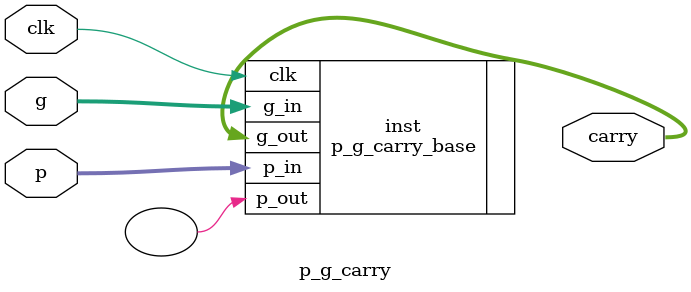
<source format=sv>

module p_g_carry #(
	parameter WIDTH = 64
)(
	input 	clk,
	input [WIDTH-1:0] p,
	input [WIDTH-1:0] g,
	output [WIDTH-1:0] carry
);
p_g_carry_base #(WIDTH, (WIDTH != 3) ? 1 : 0, 2) inst (.clk(clk), .p_in(p), .g_in(g), .p_out(), .g_out(carry));

endmodule

</source>
